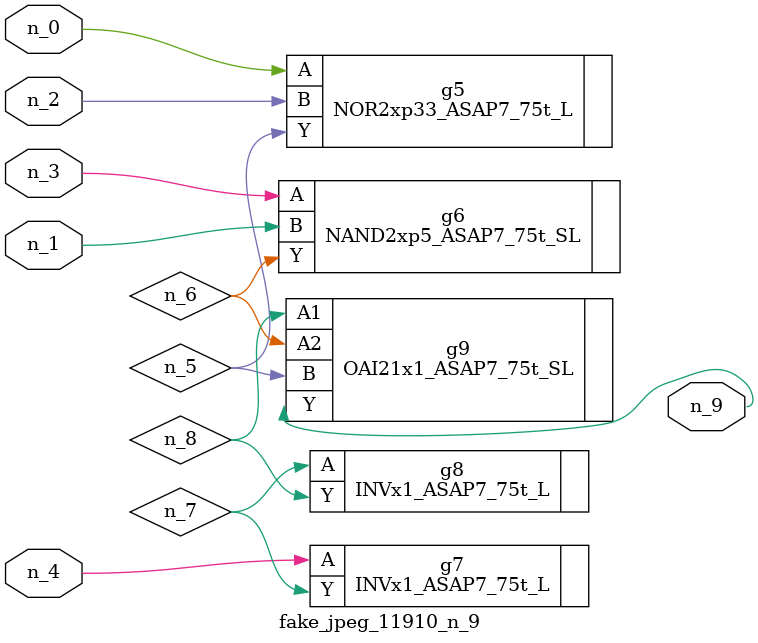
<source format=v>
module fake_jpeg_11910_n_9 (n_3, n_2, n_1, n_0, n_4, n_9);

input n_3;
input n_2;
input n_1;
input n_0;
input n_4;

output n_9;

wire n_8;
wire n_6;
wire n_5;
wire n_7;

NOR2xp33_ASAP7_75t_L g5 ( 
.A(n_0),
.B(n_2),
.Y(n_5)
);

NAND2xp5_ASAP7_75t_SL g6 ( 
.A(n_3),
.B(n_1),
.Y(n_6)
);

INVx1_ASAP7_75t_L g7 ( 
.A(n_4),
.Y(n_7)
);

INVx1_ASAP7_75t_L g8 ( 
.A(n_7),
.Y(n_8)
);

OAI21x1_ASAP7_75t_SL g9 ( 
.A1(n_8),
.A2(n_6),
.B(n_5),
.Y(n_9)
);


endmodule
</source>
